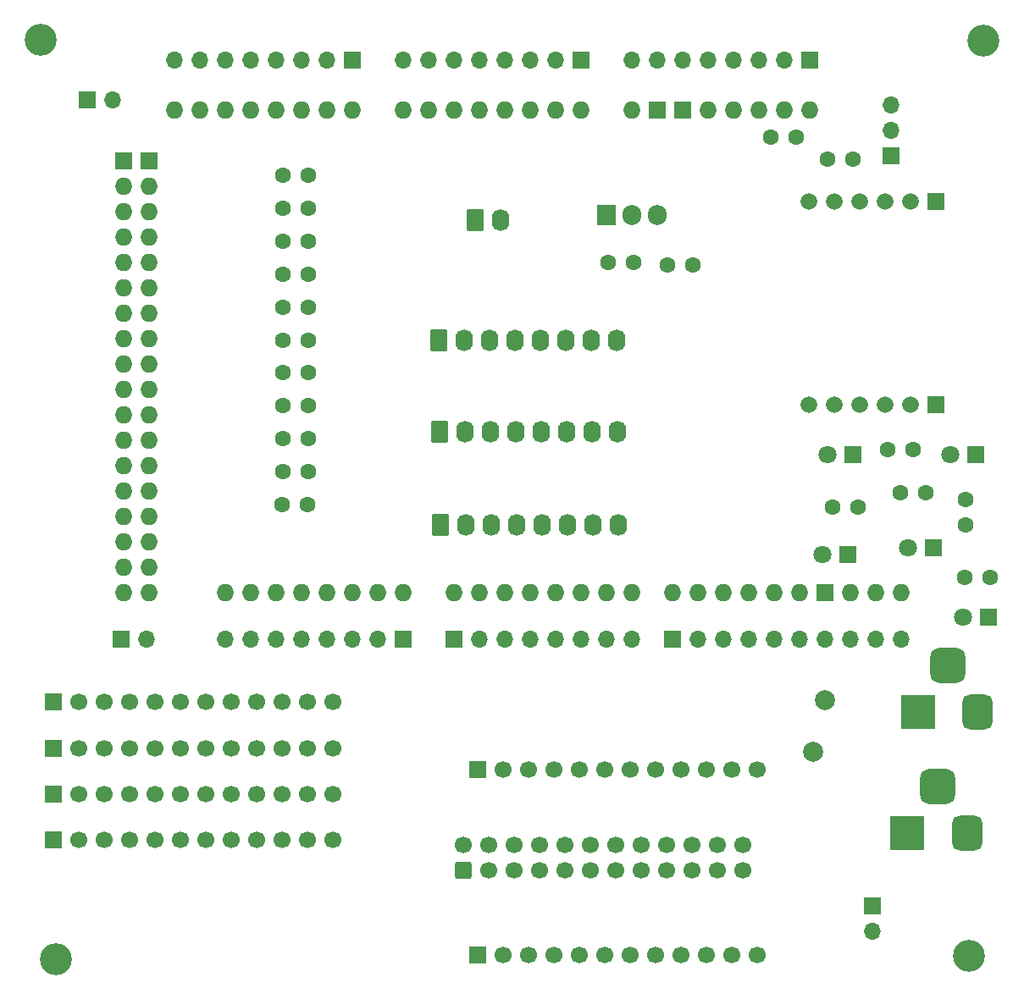
<source format=gbr>
G04 #@! TF.GenerationSoftware,KiCad,Pcbnew,9.0.5*
G04 #@! TF.CreationDate,2025-12-14T12:46:52+10:00*
G04 #@! TF.ProjectId,Jet Ranger Upper Controller,4a657420-5261-46e6-9765-722055707065,rev?*
G04 #@! TF.SameCoordinates,Original*
G04 #@! TF.FileFunction,Soldermask,Top*
G04 #@! TF.FilePolarity,Negative*
%FSLAX46Y46*%
G04 Gerber Fmt 4.6, Leading zero omitted, Abs format (unit mm)*
G04 Created by KiCad (PCBNEW 9.0.5) date 2025-12-14 12:46:52*
%MOMM*%
%LPD*%
G01*
G04 APERTURE LIST*
G04 Aperture macros list*
%AMRoundRect*
0 Rectangle with rounded corners*
0 $1 Rounding radius*
0 $2 $3 $4 $5 $6 $7 $8 $9 X,Y pos of 4 corners*
0 Add a 4 corners polygon primitive as box body*
4,1,4,$2,$3,$4,$5,$6,$7,$8,$9,$2,$3,0*
0 Add four circle primitives for the rounded corners*
1,1,$1+$1,$2,$3*
1,1,$1+$1,$4,$5*
1,1,$1+$1,$6,$7*
1,1,$1+$1,$8,$9*
0 Add four rect primitives between the rounded corners*
20,1,$1+$1,$2,$3,$4,$5,0*
20,1,$1+$1,$4,$5,$6,$7,0*
20,1,$1+$1,$6,$7,$8,$9,0*
20,1,$1+$1,$8,$9,$2,$3,0*%
G04 Aperture macros list end*
%ADD10C,2.010000*%
%ADD11C,1.600000*%
%ADD12C,3.200000*%
%ADD13R,1.700000X1.700000*%
%ADD14O,1.700000X1.700000*%
%ADD15R,1.800000X1.800000*%
%ADD16C,1.800000*%
%ADD17RoundRect,0.250000X0.600000X-0.600000X0.600000X0.600000X-0.600000X0.600000X-0.600000X-0.600000X0*%
%ADD18C,1.700000*%
%ADD19R,3.500000X3.500000*%
%ADD20RoundRect,0.750000X0.750000X1.000000X-0.750000X1.000000X-0.750000X-1.000000X0.750000X-1.000000X0*%
%ADD21RoundRect,0.875000X0.875000X0.875000X-0.875000X0.875000X-0.875000X-0.875000X0.875000X-0.875000X0*%
%ADD22RoundRect,0.250000X-0.620000X-0.845000X0.620000X-0.845000X0.620000X0.845000X-0.620000X0.845000X0*%
%ADD23O,1.740000X2.190000*%
%ADD24R,1.905000X2.000000*%
%ADD25O,1.905000X2.000000*%
%ADD26R,1.665000X1.665000*%
%ADD27C,1.665000*%
%ADD28O,1.727200X1.727200*%
%ADD29R,1.727200X1.727200*%
G04 APERTURE END LIST*
D10*
X110750000Y-105050000D03*
X109550000Y-110150000D03*
D11*
X59040000Y-75594300D03*
X56500000Y-75594300D03*
D12*
X126589800Y-39032100D03*
D13*
X63500000Y-41046400D03*
D14*
X60960000Y-41046400D03*
X58420000Y-41046400D03*
X55880000Y-41046400D03*
X53340000Y-41046400D03*
X50800000Y-41046400D03*
X48260000Y-41046400D03*
X45720000Y-41046400D03*
D11*
X59040000Y-82192700D03*
X56500000Y-82192700D03*
X58956600Y-85491900D03*
X56416600Y-85491900D03*
D13*
X117298000Y-50550000D03*
D14*
X117298000Y-48010000D03*
X117298000Y-45470000D03*
D13*
X86360000Y-41046400D03*
D14*
X83820000Y-41046400D03*
X81280000Y-41046400D03*
X78740000Y-41046400D03*
X76200000Y-41046400D03*
X73660000Y-41046400D03*
X71120000Y-41046400D03*
X68580000Y-41046400D03*
D15*
X113540000Y-80500000D03*
D16*
X111000000Y-80500000D03*
D11*
X59040000Y-55799200D03*
X56500000Y-55799200D03*
X59040000Y-52500000D03*
X56500000Y-52500000D03*
D17*
X74560000Y-122000000D03*
D18*
X74560000Y-119460000D03*
X77100000Y-122000000D03*
X77100000Y-119460000D03*
X79640000Y-122000000D03*
X79640000Y-119460000D03*
X82180000Y-122000000D03*
X82180000Y-119460000D03*
X84720000Y-122000000D03*
X84720000Y-119460000D03*
X87260000Y-122000000D03*
X87260000Y-119460000D03*
X89800000Y-122000000D03*
X89800000Y-119460000D03*
X92340000Y-122000000D03*
X92340000Y-119460000D03*
X94880000Y-122000000D03*
X94880000Y-119460000D03*
X97420000Y-122000000D03*
X97420000Y-119460000D03*
X99960000Y-122000000D03*
X99960000Y-119460000D03*
X102500000Y-122000000D03*
X102500000Y-119460000D03*
D13*
X33560000Y-114410000D03*
D18*
X36100000Y-114410000D03*
X38640000Y-114410000D03*
X41180000Y-114410000D03*
X43720000Y-114410000D03*
X46260000Y-114410000D03*
X48800000Y-114410000D03*
X51340000Y-114410000D03*
X53880000Y-114410000D03*
X56420000Y-114410000D03*
X58960000Y-114410000D03*
X61500000Y-114410000D03*
D11*
X118250000Y-84250000D03*
X120790000Y-84250000D03*
X124750000Y-87500000D03*
X124750000Y-84960000D03*
D12*
X32300000Y-39000000D03*
D13*
X37000000Y-45000000D03*
D14*
X39540000Y-45000000D03*
D19*
X118949000Y-118350000D03*
D20*
X124949000Y-118350000D03*
D21*
X121949000Y-113650000D03*
D12*
X125101000Y-130612200D03*
D22*
X72220000Y-78150000D03*
D23*
X74760000Y-78150000D03*
X77300000Y-78150000D03*
X79840000Y-78150000D03*
X82380000Y-78150000D03*
X84920000Y-78150000D03*
X87460000Y-78150000D03*
X90000000Y-78150000D03*
D15*
X127040000Y-96750000D03*
D16*
X124500000Y-96750000D03*
D15*
X125770000Y-80500000D03*
D16*
X123230000Y-80500000D03*
D22*
X72260000Y-87500000D03*
D23*
X74800000Y-87500000D03*
X77340000Y-87500000D03*
X79880000Y-87500000D03*
X82420000Y-87500000D03*
X84960000Y-87500000D03*
X87500000Y-87500000D03*
X90040000Y-87500000D03*
D11*
X59040000Y-62397600D03*
X56500000Y-62397600D03*
D13*
X33560000Y-105230000D03*
D18*
X36100000Y-105230000D03*
X38640000Y-105230000D03*
X41180000Y-105230000D03*
X43720000Y-105230000D03*
X46260000Y-105230000D03*
X48800000Y-105230000D03*
X51340000Y-105230000D03*
X53880000Y-105230000D03*
X56420000Y-105230000D03*
X58960000Y-105230000D03*
X61500000Y-105230000D03*
D11*
X124710000Y-92750000D03*
X127250000Y-92750000D03*
X117000000Y-80000000D03*
X119540000Y-80000000D03*
D13*
X33560000Y-109820000D03*
D18*
X36100000Y-109820000D03*
X38640000Y-109820000D03*
X41180000Y-109820000D03*
X43720000Y-109820000D03*
X46260000Y-109820000D03*
X48800000Y-109820000D03*
X51340000Y-109820000D03*
X53880000Y-109820000D03*
X56420000Y-109820000D03*
X58960000Y-109820000D03*
X61500000Y-109820000D03*
D11*
X59040000Y-78893500D03*
X56500000Y-78893500D03*
D13*
X68580000Y-98958400D03*
D14*
X66040000Y-98958400D03*
X63500000Y-98958400D03*
X60960000Y-98958400D03*
X58420000Y-98958400D03*
X55880000Y-98958400D03*
X53340000Y-98958400D03*
X50800000Y-98958400D03*
D11*
X94960000Y-61500000D03*
X97500000Y-61500000D03*
X59040000Y-72295100D03*
X56500000Y-72295100D03*
D24*
X88920000Y-56500000D03*
D25*
X91460000Y-56500000D03*
X94000000Y-56500000D03*
D11*
X59040000Y-65696800D03*
X56500000Y-65696800D03*
D12*
X33851800Y-130929500D03*
D26*
X121809000Y-55183300D03*
D27*
X119269000Y-55183300D03*
X116729000Y-55183300D03*
X114189000Y-55183300D03*
X111649000Y-55183300D03*
X109109000Y-55183300D03*
D26*
X121809000Y-75503300D03*
D27*
X119269000Y-75503300D03*
X116729000Y-75503300D03*
X114189000Y-75503300D03*
X111649000Y-75503300D03*
X109109000Y-75503300D03*
D15*
X113040000Y-90500000D03*
D16*
X110500000Y-90500000D03*
D11*
X111455000Y-85750000D03*
X113995000Y-85750000D03*
D22*
X75725000Y-57020000D03*
D23*
X78265000Y-57020000D03*
D13*
X109220000Y-41046400D03*
D14*
X106680000Y-41046400D03*
X104140000Y-41046400D03*
X101600000Y-41046400D03*
X99060000Y-41046400D03*
X96520000Y-41046400D03*
X93980000Y-41046400D03*
X91440000Y-41046400D03*
D11*
X59040000Y-68996000D03*
X56500000Y-68996000D03*
D13*
X76000000Y-130500000D03*
D18*
X78540000Y-130500000D03*
X81080000Y-130500000D03*
X83620000Y-130500000D03*
X86160000Y-130500000D03*
X88700000Y-130500000D03*
X91240000Y-130500000D03*
X93780000Y-130500000D03*
X96320000Y-130500000D03*
X98860000Y-130500000D03*
X101400000Y-130500000D03*
X103940000Y-130500000D03*
D13*
X115450000Y-125560000D03*
D14*
X115450000Y-128100000D03*
D11*
X59040000Y-59098400D03*
X56500000Y-59098400D03*
X110960000Y-50900000D03*
X113500000Y-50900000D03*
X89037500Y-61212500D03*
X91577500Y-61212500D03*
X105350000Y-48750000D03*
X107890000Y-48750000D03*
D15*
X121540000Y-89750000D03*
D16*
X119000000Y-89750000D03*
D22*
X72153300Y-69041200D03*
D23*
X74693300Y-69041200D03*
X77233300Y-69041200D03*
X79773300Y-69041200D03*
X82313300Y-69041200D03*
X84853300Y-69041200D03*
X87393300Y-69041200D03*
X89933300Y-69041200D03*
D13*
X33560000Y-119000000D03*
D18*
X36100000Y-119000000D03*
X38640000Y-119000000D03*
X41180000Y-119000000D03*
X43720000Y-119000000D03*
X46260000Y-119000000D03*
X48800000Y-119000000D03*
X51340000Y-119000000D03*
X53880000Y-119000000D03*
X56420000Y-119000000D03*
X58960000Y-119000000D03*
X61500000Y-119000000D03*
D19*
X120000000Y-106207500D03*
D20*
X126000000Y-106207500D03*
D21*
X123000000Y-101507500D03*
D13*
X95504000Y-98958400D03*
D14*
X98044000Y-98958400D03*
X100584000Y-98958400D03*
X103124000Y-98958400D03*
X105664000Y-98958400D03*
X108204000Y-98958400D03*
X110744000Y-98958400D03*
X113284000Y-98958400D03*
X115824000Y-98958400D03*
X118364000Y-98958400D03*
D13*
X40411400Y-98933000D03*
D14*
X42951400Y-98933000D03*
D13*
X76000000Y-112000000D03*
D18*
X78540000Y-112000000D03*
X81080000Y-112000000D03*
X83620000Y-112000000D03*
X86160000Y-112000000D03*
X88700000Y-112000000D03*
X91240000Y-112000000D03*
X93780000Y-112000000D03*
X96320000Y-112000000D03*
X98860000Y-112000000D03*
X101400000Y-112000000D03*
X103940000Y-112000000D03*
D13*
X73660000Y-98958400D03*
D14*
X76200000Y-98958400D03*
X78740000Y-98958400D03*
X81280000Y-98958400D03*
X83820000Y-98958400D03*
X86360000Y-98958400D03*
X88900000Y-98958400D03*
X91440000Y-98958400D03*
D28*
X109205000Y-46039300D03*
X101585000Y-46039300D03*
X99045000Y-46039300D03*
X43165000Y-94299300D03*
X40625000Y-94299300D03*
X86345000Y-46039300D03*
X83805000Y-46039300D03*
X81265000Y-46039300D03*
X78725000Y-46039300D03*
X76185000Y-46039300D03*
X73645000Y-46039300D03*
X71105000Y-46039300D03*
X68565000Y-46039300D03*
X63485000Y-46039300D03*
X60945000Y-46039300D03*
X58405000Y-46039300D03*
X55865000Y-46039300D03*
X53325000Y-46039300D03*
X50785000Y-46039300D03*
X48245000Y-46039300D03*
X45705000Y-46039300D03*
X113269000Y-94299300D03*
X73645000Y-94299300D03*
X76185000Y-94299300D03*
X78725000Y-94299300D03*
X81265000Y-94299300D03*
X83805000Y-94299300D03*
X86345000Y-94299300D03*
X88885000Y-94299300D03*
X91425000Y-94299300D03*
X95489000Y-94299300D03*
X98029000Y-94299300D03*
X100569000Y-94299300D03*
X103109000Y-94299300D03*
X105649000Y-94299300D03*
X108189000Y-94299300D03*
X68565000Y-94299300D03*
X66025000Y-94299300D03*
X63485000Y-94299300D03*
X60945000Y-94299300D03*
X58405000Y-94299300D03*
X55865000Y-94299300D03*
X53325000Y-94299300D03*
X50785000Y-94299300D03*
X43165000Y-91759300D03*
X40625000Y-91759300D03*
X43165000Y-89219300D03*
X40625000Y-89219300D03*
X43165000Y-86679300D03*
X40625000Y-86679300D03*
X43165000Y-84139300D03*
X40625000Y-84139300D03*
X43165000Y-81599300D03*
X40625000Y-81599300D03*
X43165000Y-79059300D03*
X40625000Y-79059300D03*
X43165000Y-76519300D03*
X40625000Y-76519300D03*
X43165000Y-73979300D03*
X40625000Y-73979300D03*
X43165000Y-71439300D03*
X40625000Y-71439300D03*
X43165000Y-68899300D03*
X40625000Y-68899300D03*
X43165000Y-66359300D03*
X40625000Y-66359300D03*
X43165000Y-63819300D03*
X40625000Y-63819300D03*
X43165000Y-61279300D03*
X40625000Y-61279300D03*
X43165000Y-58739300D03*
X40625000Y-58739300D03*
X43165000Y-56199300D03*
X40625000Y-56199300D03*
X43165000Y-53659300D03*
X40625000Y-53659300D03*
D29*
X110729000Y-94299300D03*
X96505000Y-46039300D03*
X93965000Y-46039300D03*
X43165000Y-51119300D03*
X40625000Y-51119300D03*
D28*
X106665000Y-46039300D03*
X104125000Y-46039300D03*
X118349000Y-94299300D03*
X115809000Y-94299300D03*
X91425000Y-46039300D03*
M02*

</source>
